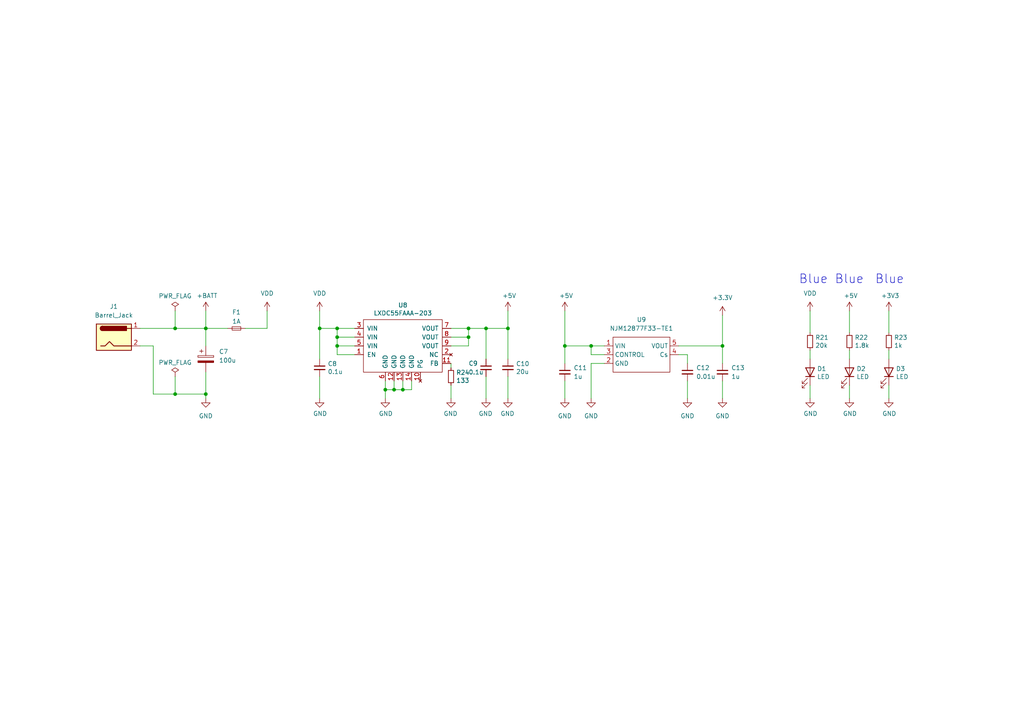
<source format=kicad_sch>
(kicad_sch (version 20231120) (generator "eeschema") (generator_version "8.0")
  (paper "A4")
  (lib_symbols
    (symbol "Connector:Barrel_Jack" (pin_names (offset 1.016))
      (property "Reference" "J" (at 0 5.334 0))
      (property "Value" "Barrel_Jack" (at 0 -5.08 0))
      (symbol "Barrel_Jack_0_1"
        (rectangle (start -5.08 3.81) (end 5.08 -3.81) (stroke (width 0.254)) (fill (type background)))
        (arc (start -3.302 3.175) (mid -3.9342 2.54) (end -3.302 1.905) (stroke (width 0.254)))
        (arc (start -3.302 3.175) (mid -3.9342 2.54) (end -3.302 1.905) (stroke (width 0.254)) (fill (type outline)))
        (polyline (pts (xy 5.08 2.54) (xy 3.81 2.54)) (stroke (width 0.254)))
        (polyline (pts (xy -3.81 -2.54) (xy -2.54 -2.54) (xy -1.27 -1.27) (xy 0 -2.54) (xy 2.54 -2.54) (xy 5.08 -2.54)) (stroke (width 0.254)))
        (rectangle (start 3.683 3.175) (end -3.302 1.905) (stroke (width 0.254)) (fill (type outline)))
      )
      (symbol "Barrel_Jack_1_1"
        (pin passive line (at 7.62 2.54 180) (length 2.54) (name "~") (number "1"))
        (pin passive line (at 7.62 -2.54 180) (length 2.54) (name "~") (number "2"))
      )
    )
    (symbol "Device:C_Polarized" (pin_numbers hide) (pin_names (offset 0.254))
      (property "Reference" "C" (at 0.635 2.54 0))
      (property "Value" "C_Polarized" (at 0.635 -2.54 0))
      (symbol "C_Polarized_0_1"
        (rectangle (start -2.286 0.508) (end 2.286 1.016))
        (polyline (pts (xy -1.778 2.286) (xy -0.762 2.286)))
        (polyline (pts (xy -1.27 2.794) (xy -1.27 1.778)))
        (rectangle (start 2.286 -0.508) (end -2.286 -1.016) (fill (type outline)))
      )
      (symbol "C_Polarized_1_1"
        (pin passive line (at 0 3.81 270) (length 2.794) (name "~") (number "1"))
        (pin passive line (at 0 -3.81 90) (length 2.794) (name "~") (number "2"))
      )
    )
    (symbol "Device:C_Small" (pin_numbers hide) (pin_names (offset 0.254) hide)
      (property "Reference" "C" (at 0.254 1.778 0))
      (property "Value" "C_Small" (at 0.254 -2.032 0))
      (symbol "C_Small_0_1"
        (polyline (pts (xy -1.524 -0.508) (xy 1.524 -0.508)) (stroke (width 0.3302)))
        (polyline (pts (xy -1.524 0.508) (xy 1.524 0.508)) (stroke (width 0.3048)))
      )
      (symbol "C_Small_1_1"
        (pin passive line (at 0 2.54 270) (length 2.032) (name "~") (number "1"))
        (pin passive line (at 0 -2.54 90) (length 2.032) (name "~") (number "2"))
      )
    )
    (symbol "Device:Fuse_Small" (pin_numbers hide) (pin_names (offset 0.254) hide)
      (property "Reference" "F" (at 0 -1.524 0))
      (property "Value" "Fuse_Small" (at 0 1.524 0))
      (symbol "Fuse_Small_0_1"
        (rectangle (start -1.27 0.508) (end 1.27 -0.508))
        (polyline (pts (xy -1.27 0) (xy 1.27 0)))
      )
      (symbol "Fuse_Small_1_1"
        (pin passive line (at -2.54 0 0) (length 1.27) (name "~") (number "1"))
        (pin passive line (at 2.54 0 180) (length 1.27) (name "~") (number "2"))
      )
    )
    (symbol "Device:LED" (pin_numbers hide) (pin_names (offset 1.016) hide)
      (property "Reference" "D" (at 0 2.54 0))
      (property "Value" "LED" (at 0 -2.54 0))
      (symbol "LED_0_1"
        (polyline (pts (xy -1.27 -1.27) (xy -1.27 1.27)) (stroke (width 0.254)))
        (polyline (pts (xy -1.27 0) (xy 1.27 0)))
        (polyline (pts (xy 1.27 -1.27) (xy 1.27 1.27) (xy -1.27 0) (xy 1.27 -1.27)) (stroke (width 0.254)))
        (polyline (pts (xy -3.048 -0.762) (xy -4.572 -2.286) (xy -3.81 -2.286) (xy -4.572 -2.286) (xy -4.572 -1.524)))
        (polyline (pts (xy -1.778 -0.762) (xy -3.302 -2.286) (xy -2.54 -2.286) (xy -3.302 -2.286) (xy -3.302 -1.524)))
      )
      (symbol "LED_1_1"
        (pin passive line (at -3.81 0 0) (length 2.54) (name "K") (number "1"))
        (pin passive line (at 3.81 0 180) (length 2.54) (name "A") (number "2"))
      )
    )
    (symbol "Device:R_Small" (pin_numbers hide) (pin_names (offset 0.254) hide)
      (property "Reference" "R" (at 0.762 0.508 0))
      (property "Value" "R_Small" (at 0.762 -1.016 0))
      (symbol "R_Small_0_1"
        (rectangle (start -0.762 1.778) (end 0.762 -1.778) (stroke (width 0.2032)))
      )
      (symbol "R_Small_1_1"
        (pin passive line (at 0 2.54 270) (length 0.762) (name "~") (number "1"))
        (pin passive line (at 0 -2.54 90) (length 0.762) (name "~") (number "2"))
      )
    )
    (symbol "JXC_Control_Board-rescue:+3.3V-power" (power) (pin_names (offset 0))
      (property "Value" "+3.3V-power" (at 0 3.556 0))
      (symbol "+3.3V-power_0_1"
        (polyline (pts (xy -0.762 1.27) (xy 0 2.54)))
        (polyline (pts (xy 0 0) (xy 0 2.54)))
        (polyline (pts (xy 0 2.54) (xy 0.762 1.27)))
      )
      (symbol "+3.3V-power_1_1"
        (pin power_in line (at 0 0 90) (length 0) hide (name "+3V3") (number "1"))
      )
    )
    (symbol "My_Device:LXDC55FAAA-203" (pin_names (offset 1.016))
      (property "Reference" "U" (at 0 12.7 0))
      (property "Value" "My_Device_LXDC55FAAA-203" (at 0 15.24 0))
      (symbol "LXDC55FAAA-203_0_1"
        (rectangle (start -3.81 11.43) (end 19.05 -3.81))
      )
      (symbol "LXDC55FAAA-203_1_1"
        (pin input line (at -6.35 1.27 0) (length 2.54) (name "EN") (number "1"))
        (pin no_connect line (at 12.7 -6.35 90) (length 2.54) (name "PG") (number "10"))
        (pin input line (at 21.59 -1.27 180) (length 2.54) (name "FB") (number "11"))
        (pin input line (at 5.08 -6.35 90) (length 2.54) (name "GND") (number "12"))
        (pin input line (at 7.62 -6.35 90) (length 2.54) (name "GND") (number "13"))
        (pin input line (at 10.16 -6.35 90) (length 2.54) (name "GND") (number "14"))
        (pin no_connect line (at 21.59 1.27 180) (length 2.54) (name "NC") (number "2"))
        (pin input line (at -6.35 8.89 0) (length 2.54) (name "VIN") (number "3"))
        (pin input line (at -6.35 6.35 0) (length 2.54) (name "VIN") (number "4"))
        (pin input line (at -6.35 3.81 0) (length 2.54) (name "VIN") (number "5"))
        (pin input line (at 2.54 -6.35 90) (length 2.54) (name "GND") (number "6"))
        (pin input line (at 21.59 8.89 180) (length 2.54) (name "VOUT") (number "7"))
        (pin input line (at 21.59 6.35 180) (length 2.54) (name "VOUT") (number "8"))
        (pin input line (at 21.59 3.81 180) (length 2.54) (name "VOUT") (number "9"))
      )
    )
    (symbol "bldc_lib:NJM12877F33-TE1"
      (property "Reference" "U" (at 0 2.54 0))
      (property "Value" "NJM12877F33-TE1" (at 0 0 0))
      (symbol "NJM12877F33-TE1_0_1"
        (rectangle (start -8.89 -2.54) (end 7.62 -12.7))
      )
      (symbol "NJM12877F33-TE1_1_1"
        (pin input line (at -11.43 -5.08 0) (length 2.54) (name "VIN") (number "1"))
        (pin input line (at -11.43 -10.16 0) (length 2.54) (name "GND") (number "2"))
        (pin input line (at -11.43 -7.62 0) (length 2.54) (name "CONTROL") (number "3"))
        (pin input line (at 10.16 -7.62 180) (length 2.54) (name "Cs") (number "4"))
        (pin input line (at 10.16 -5.08 180) (length 2.54) (name "VOUT") (number "5"))
      )
    )
    (symbol "power:+3.3V" (power) (pin_names (offset 0))
      (property "Value" "+3.3V" (at 0 3.556 0))
      (symbol "+3.3V_0_1"
        (polyline (pts (xy -0.762 1.27) (xy 0 2.54)))
        (polyline (pts (xy 0 0) (xy 0 2.54)))
        (polyline (pts (xy 0 2.54) (xy 0.762 1.27)))
      )
      (symbol "+3.3V_1_1"
        (pin power_in line (at 0 0 90) (length 0) hide (name "+3.3V") (number "1"))
      )
    )
    (symbol "power:+5V" (power) (pin_names (offset 0))
      (property "Value" "+5V" (at 0 3.556 0))
      (symbol "+5V_0_1"
        (polyline (pts (xy -0.762 1.27) (xy 0 2.54)))
        (polyline (pts (xy 0 0) (xy 0 2.54)))
        (polyline (pts (xy 0 2.54) (xy 0.762 1.27)))
      )
      (symbol "+5V_1_1"
        (pin power_in line (at 0 0 90) (length 0) hide (name "+5V") (number "1"))
      )
    )
    (symbol "power:+BATT" (power) (pin_names (offset 0))
      (property "Value" "+BATT" (at 0 3.556 0))
      (symbol "+BATT_0_1"
        (polyline (pts (xy -0.762 1.27) (xy 0 2.54)))
        (polyline (pts (xy 0 0) (xy 0 2.54)))
        (polyline (pts (xy 0 2.54) (xy 0.762 1.27)))
      )
      (symbol "+BATT_1_1"
        (pin power_in line (at 0 0 90) (length 0) hide (name "+BATT") (number "1"))
      )
    )
    (symbol "power:GND" (power) (pin_names (offset 0))
      (property "Value" "GND" (at 0 -3.81 0))
      (symbol "GND_0_1"
        (polyline (pts (xy 0 0) (xy 0 -1.27) (xy 1.27 -1.27) (xy 0 -2.54) (xy -1.27 -1.27) (xy 0 -1.27)))
      )
      (symbol "GND_1_1"
        (pin power_in line (at 0 0 270) (length 0) hide (name "GND") (number "1"))
      )
    )
    (symbol "power:PWR_FLAG" (power) (pin_numbers hide) (pin_names (offset 0) hide)
      (property "Value" "PWR_FLAG" (at 0 3.81 0))
      (symbol "PWR_FLAG_0_0"
        (pin power_out line (at 0 0 90) (length 0) (name "pwr") (number "1"))
      )
      (symbol "PWR_FLAG_0_1"
        (polyline (pts (xy 0 0) (xy 0 1.27) (xy -1.016 1.905) (xy 0 2.54) (xy 1.016 1.905) (xy 0 1.27)))
      )
    )
    (symbol "power:VDD" (power) (pin_numbers hide) (pin_names (offset 0) hide)
      (property "Value" "VDD" (at 0 3.556 0))
      (symbol "VDD_0_1"
        (polyline (pts (xy -0.762 1.27) (xy 0 2.54)))
        (polyline (pts (xy 0 0) (xy 0 2.54)))
        (polyline (pts (xy 0 2.54) (xy 0.762 1.27)))
      )
      (symbol "VDD_1_1"
        (pin power_in line (at 0 0 90) (length 0) (name "~") (number "1"))
      )
    )
  )
  (junction (at 163.83 100.33))
  (junction (at 209.55 100.33))
  (junction (at 116.84 113.03))
  (junction (at 92.71 95.25))
  (junction (at 147.32 95.25))
  (junction (at 135.89 97.79))
  (junction (at 50.8 95.25))
  (junction (at 135.89 95.25))
  (junction (at 97.79 97.79))
  (junction (at 111.76 113.03))
  (junction (at 171.45 100.33))
  (junction (at 59.69 114.3))
  (junction (at 97.79 100.33))
  (junction (at 140.97 95.25))
  (junction (at 59.69 95.25))
  (junction (at 97.79 95.25))
  (junction (at 114.3 113.03))
  (junction (at 50.8 114.3))
  (wire (pts (xy 116.84 110.49) (xy 116.84 113.03)))
  (wire (pts (xy 234.95 96.52) (xy 234.95 90.17)))
  (wire (pts (xy 44.45 114.3) (xy 50.8 114.3)))
  (wire (pts (xy 163.83 90.17) (xy 163.83 100.33)))
  (wire (pts (xy 257.81 111.76) (xy 257.81 115.57)))
  (wire (pts (xy 135.89 95.25) (xy 140.97 95.25)))
  (wire (pts (xy 130.81 106.68) (xy 130.81 105.41)))
  (wire (pts (xy 196.85 100.33) (xy 209.55 100.33)))
  (wire (pts (xy 77.47 90.17) (xy 77.47 95.25)))
  (wire (pts (xy 59.69 115.57) (xy 59.69 114.3)))
  (wire (pts (xy 130.81 100.33) (xy 135.89 100.33)))
  (wire (pts (xy 257.81 90.17) (xy 257.81 96.52)))
  (wire (pts (xy 147.32 104.14) (xy 147.32 95.25)))
  (wire (pts (xy 163.83 100.33) (xy 171.45 100.33)))
  (wire (pts (xy 199.39 102.87) (xy 196.85 102.87)))
  (wire (pts (xy 111.76 113.03) (xy 111.76 115.57)))
  (wire (pts (xy 97.79 102.87) (xy 97.79 100.33)))
  (wire (pts (xy 130.81 97.79) (xy 135.89 97.79)))
  (wire (pts (xy 59.69 95.25) (xy 66.04 95.25)))
  (wire (pts (xy 97.79 95.25) (xy 92.71 95.25)))
  (wire (pts (xy 140.97 104.14) (xy 140.97 95.25)))
  (wire (pts (xy 171.45 100.33) (xy 175.26 100.33)))
  (wire (pts (xy 102.87 100.33) (xy 97.79 100.33)))
  (wire (pts (xy 50.8 90.17) (xy 50.8 95.25)))
  (wire (pts (xy 257.81 101.6) (xy 257.81 104.14)))
  (wire (pts (xy 246.38 101.6) (xy 246.38 104.14)))
  (wire (pts (xy 140.97 95.25) (xy 147.32 95.25)))
  (wire (pts (xy 40.64 100.33) (xy 44.45 100.33)))
  (wire (pts (xy 130.81 95.25) (xy 135.89 95.25)))
  (wire (pts (xy 199.39 105.41) (xy 199.39 102.87)))
  (wire (pts (xy 175.26 102.87) (xy 171.45 102.87)))
  (wire (pts (xy 171.45 105.41) (xy 171.45 115.57)))
  (wire (pts (xy 147.32 95.25) (xy 147.32 90.17)))
  (wire (pts (xy 50.8 109.22) (xy 50.8 114.3)))
  (wire (pts (xy 119.38 110.49) (xy 119.38 113.03)))
  (wire (pts (xy 59.69 107.95) (xy 59.69 114.3)))
  (wire (pts (xy 102.87 97.79) (xy 97.79 97.79)))
  (wire (pts (xy 130.81 111.76) (xy 130.81 115.57)))
  (wire (pts (xy 44.45 100.33) (xy 44.45 114.3)))
  (wire (pts (xy 114.3 113.03) (xy 111.76 113.03)))
  (wire (pts (xy 50.8 114.3) (xy 59.69 114.3)))
  (wire (pts (xy 114.3 110.49) (xy 114.3 113.03)))
  (wire (pts (xy 40.64 95.25) (xy 50.8 95.25)))
  (wire (pts (xy 97.79 97.79) (xy 97.79 95.25)))
  (wire (pts (xy 92.71 95.25) (xy 92.71 90.17)))
  (wire (pts (xy 111.76 110.49) (xy 111.76 113.03)))
  (wire (pts (xy 102.87 102.87) (xy 97.79 102.87)))
  (wire (pts (xy 246.38 90.17) (xy 246.38 96.52)))
  (wire (pts (xy 92.71 115.57) (xy 92.71 109.22)))
  (wire (pts (xy 209.55 100.33) (xy 209.55 105.41)))
  (wire (pts (xy 199.39 110.49) (xy 199.39 115.57)))
  (wire (pts (xy 140.97 115.57) (xy 140.97 109.22)))
  (wire (pts (xy 97.79 100.33) (xy 97.79 97.79)))
  (wire (pts (xy 163.83 100.33) (xy 163.83 105.41)))
  (wire (pts (xy 59.69 95.25) (xy 59.69 100.33)))
  (wire (pts (xy 246.38 111.76) (xy 246.38 115.57)))
  (wire (pts (xy 77.47 95.25) (xy 71.12 95.25)))
  (wire (pts (xy 116.84 113.03) (xy 114.3 113.03)))
  (wire (pts (xy 92.71 104.14) (xy 92.71 95.25)))
  (wire (pts (xy 135.89 100.33) (xy 135.89 97.79)))
  (wire (pts (xy 171.45 102.87) (xy 171.45 100.33)))
  (wire (pts (xy 163.83 110.49) (xy 163.83 115.57)))
  (wire (pts (xy 59.69 95.25) (xy 59.69 90.17)))
  (wire (pts (xy 135.89 97.79) (xy 135.89 95.25)))
  (wire (pts (xy 50.8 95.25) (xy 59.69 95.25)))
  (wire (pts (xy 147.32 115.57) (xy 147.32 109.22)))
  (wire (pts (xy 175.26 105.41) (xy 171.45 105.41)))
  (wire (pts (xy 102.87 95.25) (xy 97.79 95.25)))
  (wire (pts (xy 209.55 100.33) (xy 209.55 91.44)))
  (wire (pts (xy 234.95 104.14) (xy 234.95 101.6)))
  (wire (pts (xy 234.95 111.76) (xy 234.95 115.57)))
  (wire (pts (xy 209.55 110.49) (xy 209.55 115.57)))
  (wire (pts (xy 119.38 113.03) (xy 116.84 113.03)))
  (text "Blue" (at 242.062 82.55 0) (effects (font (size 2.54 2.54)) (justify left bottom)))
  (text "Blue" (at 253.746 82.55 0) (effects (font (size 2.54 2.54)) (justify left bottom)))
  (text "Blue" (at 231.648 82.55 0) (effects (font (size 2.54 2.54)) (justify left bottom)))
  (symbol (lib_id "power:GND") (at 163.83 115.57 0) (unit 1)
    (property "Reference" "#PWR081" (effects (hide yes)))
    (property "Value" "GND" (at 163.83 120.65 0))
  )
  (symbol (lib_id "Device:C_Small") (at 92.71 106.68 0) (unit 1)
    (property "Reference" "C8" (at 95.0468 105.5116 0) (effects (justify left)))
    (property "Value" "0.1u" (at 95.0468 107.823 0) (effects (justify left)))
    (property "Footprint" "Capacitor_SMD:C_0603_1608Metric_Pad1.08x0.95mm_HandSolder" (effects (hide yes)))
  )
  (symbol (lib_id "power:+BATT") (at 59.69 90.17 0) (unit 1)
    (property "Reference" "#PWR012" (effects (hide yes)))
    (property "Value" "+BATT" (at 60.071 85.7758 0))
  )
  (symbol (lib_id "power:GND") (at 199.39 115.57 0) (unit 1)
    (property "Reference" "#PWR083" (effects (hide yes)))
    (property "Value" "GND" (at 199.39 120.65 0))
  )
  (symbol (lib_id "power:+3.3V") (at 209.55 91.44 0) (unit 1)
    (property "Reference" "#PWR084" (effects (hide yes)))
    (property "Value" "+3.3V" (at 209.55 86.36 0))
  )
  (symbol (lib_id "power:GND") (at 59.69 115.57 0) (unit 1)
    (property "Reference" "#PWR011" (effects (hide yes)))
    (property "Value" "GND" (at 59.69 120.65 0))
  )
  (symbol (lib_id "Device:C_Small") (at 199.39 107.95 0) (unit 1)
    (property "Reference" "C12" (at 201.93 106.6862 0) (effects (justify left)))
    (property "Value" "0.01u" (at 201.93 109.2262 0) (effects (justify left)))
    (property "Footprint" "Capacitor_SMD:C_0603_1608Metric_Pad1.08x0.95mm_HandSolder" (effects (hide yes)))
  )
  (symbol (lib_id "Device:LED") (at 257.81 107.95 270) (mirror x) (unit 1)
    (property "Reference" "D3" (at 259.842 106.9594 90) (effects (justify left)))
    (property "Value" "LED" (at 259.842 109.2708 90) (effects (justify left)))
    (property "Footprint" "LED_SMD:LED_0603_1608Metric" (effects (hide yes)))
  )
  (symbol (lib_id "My_Device:LXDC55FAAA-203") (at 109.22 104.14 0) (unit 1)
    (property "Reference" "U8" (at 116.84 88.519 0))
    (property "Value" "LXDC55FAAA-203" (at 116.84 90.8304 0))
    (property "Footprint" "My_Device:LXDC55FAAA-203" (effects (hide yes)))
  )
  (symbol (lib_id "Device:C_Small") (at 140.97 106.68 0) (unit 1)
    (property "Reference" "C9" (at 135.89 105.41 0) (effects (justify left)))
    (property "Value" "0.1u" (at 135.89 107.95 0) (effects (justify left)))
    (property "Footprint" "Capacitor_SMD:C_0603_1608Metric_Pad1.08x0.95mm_HandSolder" (effects (hide yes)))
  )
  (symbol (lib_id "Device:C_Small") (at 163.83 107.95 0) (unit 1)
    (property "Reference" "C11" (at 166.37 106.6862 0) (effects (justify left)))
    (property "Value" "1u" (at 166.37 109.2262 0) (effects (justify left)))
    (property "Footprint" "Capacitor_SMD:C_0603_1608Metric_Pad1.08x0.95mm_HandSolder" (effects (hide yes)))
  )
  (symbol (lib_id "Device:R_Small") (at 257.81 99.06 0) (unit 1)
    (property "Reference" "R23" (at 259.3086 97.8916 0) (effects (justify left)))
    (property "Value" "1k" (at 259.3086 100.203 0) (effects (justify left)))
    (property "Footprint" "Resistor_SMD:R_0603_1608Metric_Pad0.98x0.95mm_HandSolder" (effects (hide yes)))
  )
  (symbol (lib_id "power:VDD") (at 234.95 90.17 0) (unit 1)
    (property "Reference" "#PWR068" (effects (hide yes)))
    (property "Value" "VDD" (at 234.95 85.09 0))
    (property "Description" "Power symbol creates a global label with name \"VDD\"" (effects (hide yes)))
  )
  (symbol (lib_id "Device:R_Small") (at 234.95 99.06 0) (unit 1)
    (property "Reference" "R21" (at 236.4486 97.8916 0) (effects (justify left)))
    (property "Value" "20k" (at 236.4486 100.203 0) (effects (justify left)))
    (property "Footprint" "Resistor_SMD:R_0603_1608Metric_Pad0.98x0.95mm_HandSolder" (effects (hide yes)))
  )
  (symbol (lib_id "Device:LED") (at 246.38 107.95 270) (mirror x) (unit 1)
    (property "Reference" "D2" (at 248.412 106.9594 90) (effects (justify left)))
    (property "Value" "LED" (at 248.412 109.2708 90) (effects (justify left)))
    (property "Footprint" "LED_SMD:LED_0603_1608Metric" (effects (hide yes)))
  )
  (symbol (lib_id "power:+5V") (at 147.32 90.17 0) (unit 1)
    (property "Reference" "#PWR078" (effects (hide yes)))
    (property "Value" "+5V" (at 147.701 85.7758 0))
  )
  (symbol (lib_id "power:VDD") (at 77.47 90.17 0) (unit 1)
    (property "Reference" "#PWR0120" (effects (hide yes)))
    (property "Value" "VDD" (at 77.47 85.09 0))
    (property "Description" "Power symbol creates a global label with name \"VDD\"" (effects (hide yes)))
  )
  (symbol (lib_id "Device:R_Small") (at 246.38 99.06 0) (unit 1)
    (property "Reference" "R22" (at 247.8786 97.8916 0) (effects (justify left)))
    (property "Value" "1.8k" (at 247.8786 100.203 0) (effects (justify left)))
    (property "Footprint" "Resistor_SMD:R_0603_1608Metric_Pad0.98x0.95mm_HandSolder" (effects (hide yes)))
  )
  (symbol (lib_id "power:+5V") (at 163.83 90.17 0) (unit 1)
    (property "Reference" "#PWR080" (effects (hide yes)))
    (property "Value" "+5V" (at 164.211 85.7758 0))
  )
  (symbol (lib_id "Device:Fuse_Small") (at 68.58 95.25 0) (unit 1)
    (property "Reference" "F1" (at 68.58 90.551 0))
    (property "Value" "1A" (at 68.58 93.218 0))
    (property "Footprint" "Fuse:Fuseholder_Clip-5x20mm_Eaton_1A5601-01_Inline_P20.80x6.76mm_D1.70mm_Horizontal" (effects (hide yes)))
  )
  (symbol (lib_id "power:GND") (at 147.32 115.57 0) (mirror y) (unit 1)
    (property "Reference" "#PWR079" (effects (hide yes)))
    (property "Value" "GND" (at 147.193 119.9642 0))
  )
  (symbol (lib_id "power:GND") (at 111.76 115.57 0) (unit 1)
    (property "Reference" "#PWR071" (effects (hide yes)))
    (property "Value" "GND" (at 111.887 119.9642 0))
  )
  (symbol (lib_id "Device:C_Small") (at 209.55 107.95 0) (unit 1)
    (property "Reference" "C13" (at 212.09 106.6862 0) (effects (justify left)))
    (property "Value" "1u" (at 212.09 109.2262 0) (effects (justify left)))
    (property "Footprint" "Capacitor_SMD:C_0603_1608Metric_Pad1.08x0.95mm_HandSolder" (effects (hide yes)))
  )
  (symbol (lib_id "Device:C_Small") (at 147.32 106.68 0) (unit 1)
    (property "Reference" "C10" (at 149.6568 105.5116 0) (effects (justify left)))
    (property "Value" "20u" (at 149.6568 107.823 0) (effects (justify left)))
    (property "Footprint" "Capacitor_SMD:C_0603_1608Metric_Pad1.08x0.95mm_HandSolder" (effects (hide yes)))
  )
  (symbol (lib_id "power:GND") (at 130.81 115.57 0) (mirror y) (unit 1)
    (property "Reference" "#PWR072" (effects (hide yes)))
    (property "Value" "GND" (at 130.683 119.9642 0))
  )
  (symbol (lib_id "bldc_lib:NJM12877F33-TE1") (at 186.69 95.25 0) (unit 1)
    (property "Reference" "U9" (at 186.055 92.71 0))
    (property "Value" "NJM12877F33-TE1" (at 186.055 95.25 0))
    (property "Footprint" "Package_TO_SOT_SMD:SOT-23-5_HandSoldering" (effects (hide yes)))
  )
  (symbol (lib_id "Device:C_Polarized") (at 59.69 104.14 0) (unit 1)
    (property "Reference" "C7" (at 63.5 101.9809 0) (effects (justify left)))
    (property "Value" "100u" (at 63.5 104.5209 0) (effects (justify left)))
    (property "Footprint" "Capacitor_THT:CP_Radial_D10.0mm_P5.00mm" (effects (hide yes)))
    (property "Description" "Polarized capacitor" (effects (hide yes)))
  )
  (symbol (lib_id "power:PWR_FLAG") (at 50.8 90.17 0) (unit 1)
    (property "Reference" "#FLG03" (effects (hide yes)))
    (property "Value" "PWR_FLAG" (at 50.8 85.852 0))
  )
  (symbol (lib_id "power:+5V") (at 246.38 90.17 0) (unit 1)
    (property "Reference" "#PWR073" (effects (hide yes)))
    (property "Value" "+5V" (at 246.761 85.7758 0))
  )
  (symbol (lib_id "power:GND") (at 234.95 115.57 0) (unit 1)
    (property "Reference" "#PWR067" (effects (hide yes)))
    (property "Value" "GND" (at 235.077 119.9642 0))
  )
  (symbol (lib_id "power:GND") (at 171.45 115.57 0) (unit 1)
    (property "Reference" "#PWR082" (effects (hide yes)))
    (property "Value" "GND" (at 171.45 120.65 0))
  )
  (symbol (lib_id "power:GND") (at 246.38 115.57 0) (unit 1)
    (property "Reference" "#PWR074" (effects (hide yes)))
    (property "Value" "GND" (at 246.507 119.9642 0))
  )
  (symbol (lib_id "Device:R_Small") (at 130.81 109.22 0) (unit 1)
    (property "Reference" "R24" (at 132.3086 108.0516 0) (effects (justify left)))
    (property "Value" "133" (at 132.3086 110.363 0) (effects (justify left)))
    (property "Footprint" "Resistor_SMD:R_1206_3216Metric_Pad1.30x1.75mm_HandSolder" (effects (hide yes)))
  )
  (symbol (lib_id "power:GND") (at 140.97 115.57 0) (mirror y) (unit 1)
    (property "Reference" "#PWR077" (effects (hide yes)))
    (property "Value" "GND" (at 140.843 119.9642 0))
  )
  (symbol (lib_id "power:PWR_FLAG") (at 50.8 109.22 0) (unit 1)
    (property "Reference" "#FLG04" (effects (hide yes)))
    (property "Value" "PWR_FLAG" (at 50.8 105.156 0))
  )
  (symbol (lib_id "Connector:Barrel_Jack") (at 33.02 97.79 0) (unit 1)
    (property "Reference" "J1" (at 33.02 88.9 0))
    (property "Value" "Barrel_Jack" (at 33.02 91.44 0))
    (property "Footprint" "Connector_BarrelJack:BarrelJack_Horizontal" (effects (hide yes)))
  )
  (symbol (lib_id "Device:LED") (at 234.95 107.95 270) (mirror x) (unit 1)
    (property "Reference" "D1" (at 236.982 106.9594 90) (effects (justify left)))
    (property "Value" "LED" (at 236.982 109.2708 90) (effects (justify left)))
    (property "Footprint" "LED_SMD:LED_0603_1608Metric" (effects (hide yes)))
  )
  (symbol (lib_id "power:GND") (at 92.71 115.57 0) (unit 1)
    (property "Reference" "#PWR070" (effects (hide yes)))
    (property "Value" "GND" (at 92.837 119.9642 0))
  )
  (symbol (lib_id "power:VDD") (at 92.71 90.17 0) (unit 1)
    (property "Reference" "#PWR069" (effects (hide yes)))
    (property "Value" "VDD" (at 92.71 85.09 0))
    (property "Description" "Power symbol creates a global label with name \"VDD\"" (effects (hide yes)))
  )
  (symbol (lib_id "power:GND") (at 209.55 115.57 0) (unit 1)
    (property "Reference" "#PWR085" (effects (hide yes)))
    (property "Value" "GND" (at 209.55 120.65 0))
  )
  (symbol (lib_id "JXC_Control_Board-rescue:+3.3V-power") (at 257.81 90.17 0) (unit 1)
    (property "Reference" "#PWR075" (effects (hide yes)))
    (property "Value" "+3V3" (at 258.191 85.7758 0))
  )
  (symbol (lib_id "power:GND") (at 257.81 115.57 0) (unit 1)
    (property "Reference" "#PWR076" (effects (hide yes)))
    (property "Value" "GND" (at 257.937 119.9642 0))
  )
)
</source>
